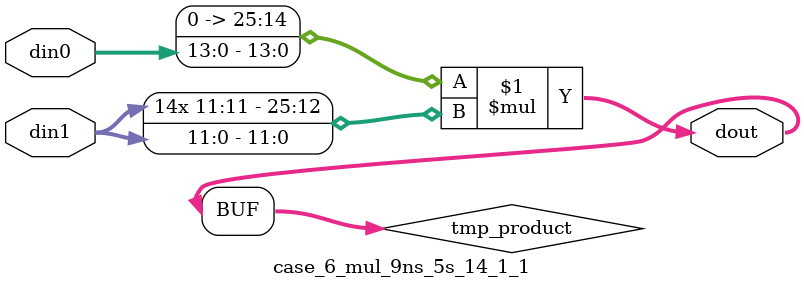
<source format=v>

`timescale 1 ns / 1 ps

 (* use_dsp = "no" *)  module case_6_mul_9ns_5s_14_1_1(din0, din1, dout);
parameter ID = 1;
parameter NUM_STAGE = 0;
parameter din0_WIDTH = 14;
parameter din1_WIDTH = 12;
parameter dout_WIDTH = 26;

input [din0_WIDTH - 1 : 0] din0; 
input [din1_WIDTH - 1 : 0] din1; 
output [dout_WIDTH - 1 : 0] dout;

wire signed [dout_WIDTH - 1 : 0] tmp_product;

























assign tmp_product = $signed({1'b0, din0}) * $signed(din1);










assign dout = tmp_product;





















endmodule

</source>
